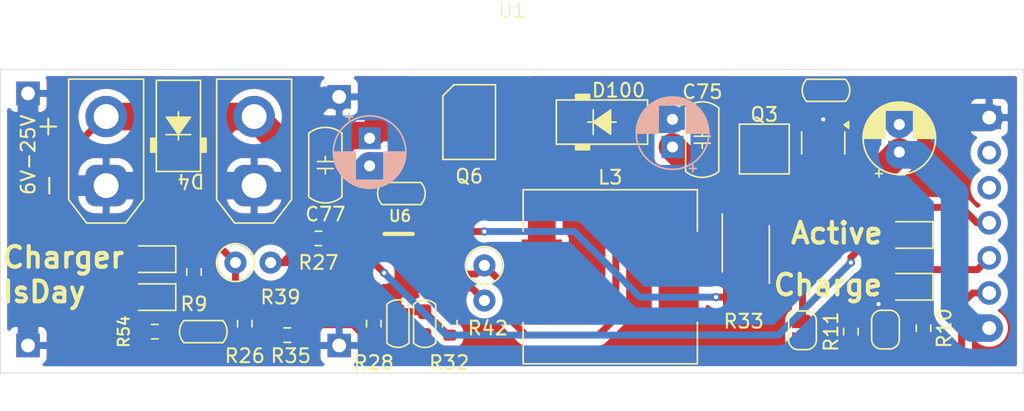
<source format=kicad_pcb>
(kicad_pcb
	(version 20241229)
	(generator "pcbnew")
	(generator_version "9.0")
	(general
		(thickness 1.6)
		(legacy_teardrops no)
	)
	(paper "A4")
	(layers
		(0 "F.Cu" signal)
		(2 "B.Cu" signal)
		(9 "F.Adhes" user "F.Adhesive")
		(11 "B.Adhes" user "B.Adhesive")
		(13 "F.Paste" user)
		(15 "B.Paste" user)
		(5 "F.SilkS" user "F.Silkscreen")
		(7 "B.SilkS" user "B.Silkscreen")
		(1 "F.Mask" user)
		(3 "B.Mask" user)
		(17 "Dwgs.User" user "User.Drawings")
		(19 "Cmts.User" user "User.Comments")
		(21 "Eco1.User" user "User.Eco1")
		(23 "Eco2.User" user "User.Eco2")
		(25 "Edge.Cuts" user)
		(27 "Margin" user)
		(31 "F.CrtYd" user "F.Courtyard")
		(29 "B.CrtYd" user "B.Courtyard")
		(35 "F.Fab" user)
		(33 "B.Fab" user)
		(39 "User.1" user)
		(41 "User.2" user)
		(43 "User.3" user)
		(45 "User.4" user)
	)
	(setup
		(pad_to_mask_clearance 0)
		(allow_soldermask_bridges_in_footprints no)
		(tenting front back)
		(pcbplotparams
			(layerselection 0x00000000_00000000_55555555_5755f5ff)
			(plot_on_all_layers_selection 0x00000000_00000000_00000000_00000000)
			(disableapertmacros no)
			(usegerberextensions no)
			(usegerberattributes yes)
			(usegerberadvancedattributes yes)
			(creategerberjobfile yes)
			(dashed_line_dash_ratio 12.000000)
			(dashed_line_gap_ratio 3.000000)
			(svgprecision 4)
			(plotframeref no)
			(mode 1)
			(useauxorigin no)
			(hpglpennumber 1)
			(hpglpenspeed 20)
			(hpglpendiameter 15.000000)
			(pdf_front_fp_property_popups yes)
			(pdf_back_fp_property_popups yes)
			(pdf_metadata yes)
			(pdf_single_document no)
			(dxfpolygonmode yes)
			(dxfimperialunits yes)
			(dxfusepcbnewfont yes)
			(psnegative no)
			(psa4output no)
			(plot_black_and_white yes)
			(sketchpadsonfab no)
			(plotpadnumbers no)
			(hidednponfab no)
			(sketchdnponfab yes)
			(crossoutdnponfab yes)
			(subtractmaskfromsilk no)
			(outputformat 1)
			(mirror no)
			(drillshape 1)
			(scaleselection 1)
			(outputdirectory "")
		)
	)
	(net 0 "")
	(net 1 "S_VIN")
	(net 2 "GND")
	(net 3 "Net-(C19-Pad1)")
	(net 4 "Net-(U6-VG)")
	(net 5 "Net-(Q3-S)")
	(net 6 "Net-(U34-VCAP)")
	(net 7 "VBAT")
	(net 8 "Net-(D11-A)")
	(net 9 "Net-(D10-A)")
	(net 10 "Net-(D10-K)")
	(net 11 "Net-(D100-K)")
	(net 12 "Net-(L3-Pad2)")
	(net 13 "Net-(Q3-G)")
	(net 14 "Net-(Q6-G)")
	(net 15 "Net-(D2-K)")
	(net 16 "Net-(JP2-B)")
	(net 17 "Net-(D1-A)")
	(net 18 "Net-(JP1-B)")
	(net 19 "Net-(U6-MPPT)")
	(net 20 "Net-(U6-COM)")
	(net 21 "Net-(U6-FB)")
	(net 22 "Net-(U6-CSP)")
	(net 23 "Net-(U6-BAT)")
	(net 24 "IsDay")
	(net 25 "CHRG")
	(net 26 "CHARGE")
	(net 27 "3V3")
	(net 28 "unconnected-(U1-SDA-Pad6)")
	(net 29 "unconnected-(U1-SCL-Pad5)")
	(footprint "PCM_Capacitor_SMD_Handsoldering_AKL:C_0603_1608Metric_Pad1.08x0.95mm" (layer "F.Cu") (at 119.7 18.5275))
	(footprint "Jumper:SolderJumper-2_P1.3mm_Open_RoundedPad1.0x1.5mm" (layer "F.Cu") (at 118 35.9 -90))
	(footprint "Resistor_SMD:R_0603_1608Metric" (layer "F.Cu") (at 121.5 36 90))
	(footprint "LED_SMD:LED_0805_2012Metric" (layer "F.Cu") (at 71 33.5 180))
	(footprint "Package_TO_SOT_SMD:SOT-23-6" (layer "F.Cu") (at 119.5 22.3275 -90))
	(footprint "LED_SMD:LED_0805_2012Metric" (layer "F.Cu") (at 125.75 32.75 180))
	(footprint "MPPT:MPPT" (layer "F.Cu") (at 97 13.25))
	(footprint "PCM_Diode_SMD_Handsoldering_AKL:D_SMAFL" (layer "F.Cu") (at 72.875 21.1025 90))
	(footprint "kicad-stuff:SSOP10" (layer "F.Cu") (at 88.8 30.8275 -90))
	(footprint "PCM_Capacitor_SMD_Handsoldering_AKL:C_0603_1608Metric_Pad1.08x0.95mm" (layer "F.Cu") (at 90.68 35.4225 90))
	(footprint "Resistor_THT:R_Axial_DIN0207_L6.3mm_D2.5mm_P2.54mm_Vertical" (layer "F.Cu") (at 95 31.205 -90))
	(footprint "Resistor_SMD:R_0603_1608Metric" (layer "F.Cu") (at 77.675 35.425 -90))
	(footprint "Resistor_THT:R_Axial_DIN0207_L6.3mm_D2.5mm_P2.54mm_Vertical" (layer "F.Cu") (at 77 31))
	(footprint "Resistor_SMD:R_0603_1608Metric" (layer "F.Cu") (at 92.5 35.425 -90))
	(footprint "board:R_Shunt_Vishay_WSK2512_6332Metric_T1.19mm" (layer "F.Cu") (at 113.9 30 90))
	(footprint "Inductor_SMD:L_12x12mm_H4.5mm" (layer "F.Cu") (at 104.1 32.0275))
	(footprint "Capacitor_THT:CP_Radial_D5.0mm_P2.00mm" (layer "F.Cu") (at 125 23 90))
	(footprint "Connector_AMASS:AMASS_XT30UPB-M_1x02_P5.0mm_Vertical" (layer "F.Cu") (at 78.35 25.4275 90))
	(footprint "PCM_Capacitor_SMD_Handsoldering_AKL:C_0603_1608Metric_Pad1.08x0.95mm" (layer "F.Cu") (at 88.75 35.4175 90))
	(footprint "Resistor_SMD:R_0603_1608Metric" (layer "F.Cu") (at 80.75 36.25))
	(footprint "PCM_Package_TO_SOT_SMD_AKL:SOT-23" (layer "F.Cu") (at 115.2375 22.7775))
	(footprint "PCM_Diode_SMD_Handsoldering_AKL:D_SMAFL" (layer "F.Cu") (at 103.5 20.8275))
	(footprint "LED_SMD:LED_0805_2012Metric" (layer "F.Cu") (at 125.75 29 180))
	(footprint "Resistor_SMD:R_0603_1608Metric" (layer "F.Cu") (at 71.175 36))
	(footprint "PCM_Capacitor_SMD_Handsoldering_AKL:C_1206_3216Metric_Pad1.33x1.80mm" (layer "F.Cu") (at 110.75 22.1025 90))
	(footprint "Resistor_SMD:R_0603_1608Metric" (layer "F.Cu") (at 74 31.675 90))
	(footprint "Jumper:SolderJumper-2_P1.3mm_Bridged_RoundedPad1.0x1.5mm" (layer "F.Cu") (at 124 35.85 -90))
	(footprint "PCM_Capacitor_SMD_Handsoldering_AKL:C_1206_3216Metric_Pad1.33x1.80mm" (layer "F.Cu") (at 83.5 23.9375 -90))
	(footprint "Resistor_SMD:R_0603_1608Metric" (layer "F.Cu") (at 83 29.25 180))
	(footprint "Resistor_SMD:R_0603_1608Metric" (layer "F.Cu") (at 126.75 35.75 90))
	(footprint "Connector_AMASS:AMASS_XT30UPB-F_1x02_P5.0mm_Vertical" (layer "F.Cu") (at 67.65 25.4275 90))
	(footprint "board:4435" (layer "F.Cu") (at 93.9 20.8275 -90))
	(footprint "LED_SMD:LED_0805_2012Metric" (layer "F.Cu") (at 71 30.75 180))
	(footprint "Resistor_SMD:R_0603_1608Metric"
		(layer "F.Cu")
		(uuid "f0e0950a-40a6-45b8-8e95-f44f1b39c60c")
		(at 87 35.4175 -90)
		(descr "Resistor SMD 0603 (1608 Metric), square (rectangular) end terminal, IPC_7351 nominal, (Body size source: IPC-SM-782 page 72, https://www.pcb-3d.com/wordpress/wp-content/uploads/ipc-sm-782a_amendment_1_and_2.pdf), generated with kicad-footprint-generator")
		(tags "resistor")
		(property "Reference" "R28"
			(at 2.8325 0 180)
			(layer "F.SilkS")
			(uuid "c71a6276-c3b6-47e0-b51c-55058024075a")
			(effects
				(font
					(size 1 1)
					(thickness 0.15)
				)
			)
		)
		(property "Value" "120"
			(at 0 1.43 90)
			(layer "F.Fab")
			(uuid "c5cb6dcc-a781-4d89-988f-66873c0e2217")
			(effects
				(font
					(size 1 1)
					(thickness 0.15)
				)
			)
		)
		(property "Datasheet" ""
			(at 0 0 90)
			(unlocked yes)
			(layer "B.Fab")
			(hide yes)
			(uuid "bf64f6fd-f4ed-40eb-b633-acf31b6c1338")
			(effects
				(font
					(size 1.27 1.27)
					(thickness 0.15)
				)
				(justify mirror)
			)
		)
		(property "Description" ""
			(at 0 0 90)
			(unlocked yes)
			(layer "B.Fab")
			(hide yes)
			(uuid "d28e322b-043e-48e0-aa56-de288f836471")
			(effects
				(font
					(size 1.27 1.27)
					(thickness 0.15)
				)
				(justify mirror)
			)
		)
		(property "LCSC_PART_NUMBER" "C2907096"
			(at 0 0 90)
			(unlocked yes)
			(layer "F.Fab")
			(hide yes)
			(uuid "7240e2ee-0e6d-47ff-865c-0d506f6999d2")
			(effects
				(font
					(size 1 1)
					(thickness 0.15)
				)
			)
		)
		(property ki_fp_filters "R_*")
		(path "/29172d59-1b5f-4f3f-ba30-8850bf2deb43")
		(sheetname "/")
		(sheetfile "MPPT.kicad_sch")
		(attr smd)
		(fp_line
			(start 0.237258 0.5225)
			(end -0.237258 0.5225)
			(stroke
				(width 0.12)
				(type solid)
			)
			(layer "F.SilkS")
			(uuid "ce3509ae-218d-470d-88ca-49a3190e9d8c")
		)
		(fp_line
			(start 0.237258 -0.5225)
			(end -0.237258 -0.5225)
			(stroke
				(width 0.12)
				(type solid)
			)
			(layer "F.SilkS")
			(uuid "7347eeab-6384-4926-9645-f5b459a97fd3")
		)
		(fp_line
			(start -1.48 0.73)
			(end 1.48 0.73)
			(stroke
				(width 0.05)
				(type solid)
			)
			(layer "F.CrtYd")
			(uuid "1a89761f-c9f9-4d96-a19d-10acc53958ff")
		)
		(fp_line
			(start 1.48 0.73)
			(end 1.48 -0.73)
			(stroke
				(width 0.05)
				(type solid)
			)
			(layer "F.CrtYd")
			(uuid "3382c598-b1d3-4fc7-9caf-d6be66a3dd1b")
		)
		(fp_line
			(start -1.48 -0.73)
			(end -1.48 0.73)
			(stroke
				(width 0.05)
				(type solid)
			)
			(layer "F.CrtYd")
			(uuid "716be79c-8f63-4a1e-bc19-d3ca611ae677")
		)
		(fp_line
			(start 1.48 -0.73)
			(end -1.48 -0.73)
			(stroke
				(width 0.05)
				(type solid)
			)
			(layer "F.CrtYd")
			(uuid "515d5269-f21e-4870-b423-d9b325298ec6")
		)
		(fp_line
			(start -0.8 0.4125)
			(end 0.8 0.4125)
			(stroke
				(width 0.1)
				(type solid)
			)
			(layer "F.Fab")
			(uuid "a7f0f85f-274a-4ee2-9bff-e3ee69baf58a")
		)
		(fp_line
			(start 0.8 0.4125)
			(end 0.8 -0.4125)
			(stroke
				(width 0.1)
				(type solid)
			)
			(layer "F.Fab")
			(uuid "5f959b8a-b995-4079-86ba-3a696ae90e37")
		)
		(fp_line
			(start -0.8 -0.4125)
			(end -0.8 0.4125)
			(stroke
				(
... [221096 chars truncated]
</source>
